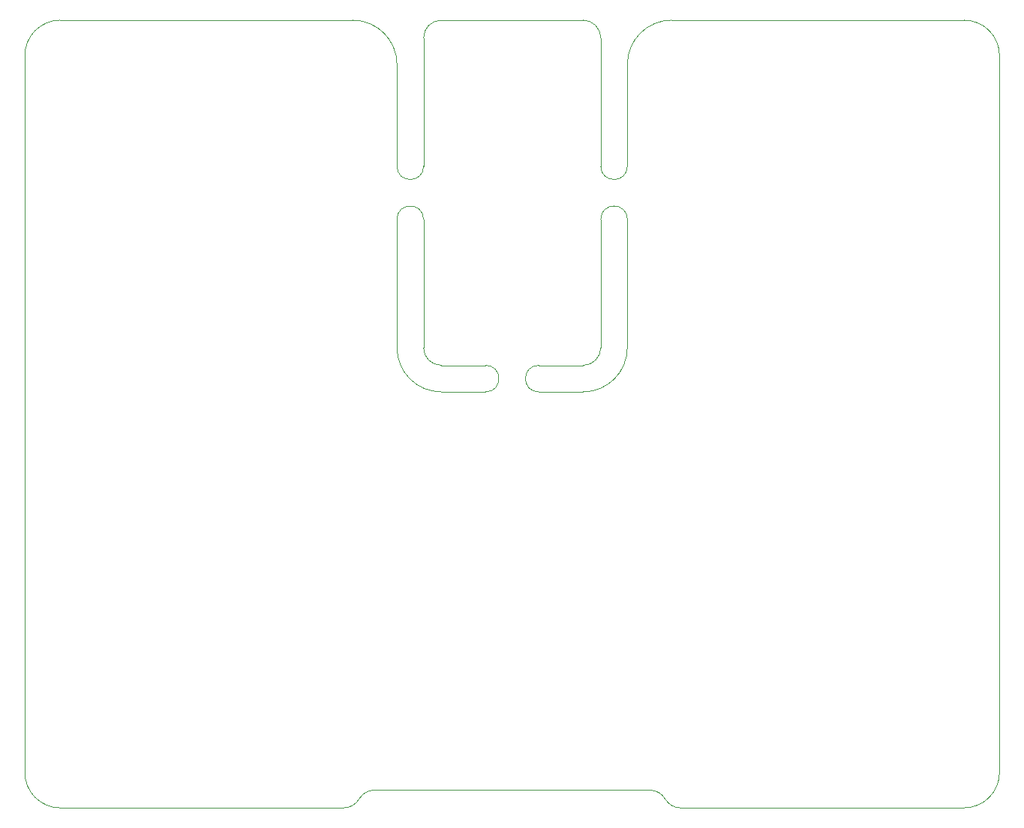
<source format=gm1>
G04*
G04 #@! TF.GenerationSoftware,Altium Limited,Altium Designer,20.1.12 (249)*
G04*
G04 Layer_Color=16711680*
%FSLAX25Y25*%
%MOIN*%
G70*
G04*
G04 #@! TF.SameCoordinates,1D8D0487-A391-4BDE-A0F4-8CBC614C10EB*
G04*
G04*
G04 #@! TF.FilePolarity,Positive*
G04*
G01*
G75*
%ADD95C,0.00394*%
D95*
X177165Y261811D02*
G03*
X165354Y261811I-5906J0D01*
G01*
Y285433D02*
G03*
X177165Y285433I5906J0D01*
G01*
X204724Y185039D02*
G03*
X204724Y196850I0J5906D01*
G01*
X228346D02*
G03*
X228346Y185039I0J-5906D01*
G01*
X255906Y285433D02*
G03*
X267717Y285433I5906J0D01*
G01*
Y261811D02*
G03*
X255906Y261811I-5906J0D01*
G01*
Y342520D02*
G03*
X248031Y350394I-7874J0D01*
G01*
X185039D02*
G03*
X177165Y342520I0J-7874D01*
G01*
X287402Y350394D02*
G03*
X267717Y330709I0J-19685D01*
G01*
X165354D02*
G03*
X145669Y350394I-19685J0D01*
G01*
X248031Y185039D02*
G03*
X267717Y204724I0J19685D01*
G01*
X177165D02*
G03*
X185039Y196850I7874J0D01*
G01*
X15748Y350394D02*
G03*
X-0Y334646I0J-15748D01*
G01*
X165354Y204724D02*
G03*
X185039Y185039I19685J0D01*
G01*
X248031Y196850D02*
G03*
X255906Y204724I0J7874D01*
G01*
X433071Y334646D02*
G03*
X417323Y350394I-15748J0D01*
G01*
Y-0D02*
G03*
X433071Y15748I0J15748D01*
G01*
X284520Y3937D02*
G03*
X291338Y-0I6819J3937D01*
G01*
X284520Y3937D02*
G03*
X277700Y7874I-6819J-3937D01*
G01*
X155370D02*
G03*
X148551Y3937I0J-7874D01*
G01*
X141732Y-0D02*
G03*
X148551Y3937I0J7874D01*
G01*
X-0Y15748D02*
G03*
X15748Y-0I15748J0D01*
G01*
X165354Y204724D02*
Y261811D01*
X433071Y15748D02*
Y334646D01*
X185039Y350394D02*
X248031D01*
X228346Y185039D02*
X248031D01*
X228331Y196850D02*
X248031D01*
X185039Y185039D02*
X204724D01*
X185039Y196850D02*
X204740D01*
X255906Y285433D02*
Y342520D01*
Y204724D02*
Y261811D01*
X267717Y204724D02*
Y261811D01*
Y285433D02*
Y330709D01*
X177165Y285433D02*
Y342520D01*
Y204724D02*
Y261830D01*
X165354Y285433D02*
Y330709D01*
X-0Y15748D02*
Y334646D01*
X15748Y350394D02*
X145669D01*
X287402D02*
X417323D01*
X291338Y-0D02*
X417323D01*
X155370Y7874D02*
X277700D01*
X15748Y-0D02*
X141732D01*
M02*

</source>
